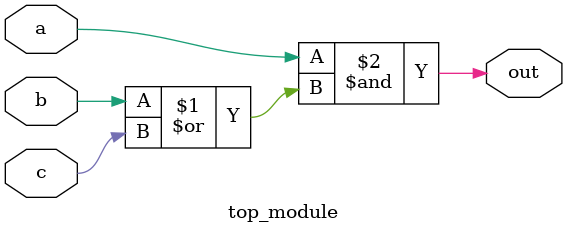
<source format=sv>
module top_module(
	input a, 
	input b,
	input c,
	output out
);

    assign out = a & (b | c);
    
endmodule

</source>
